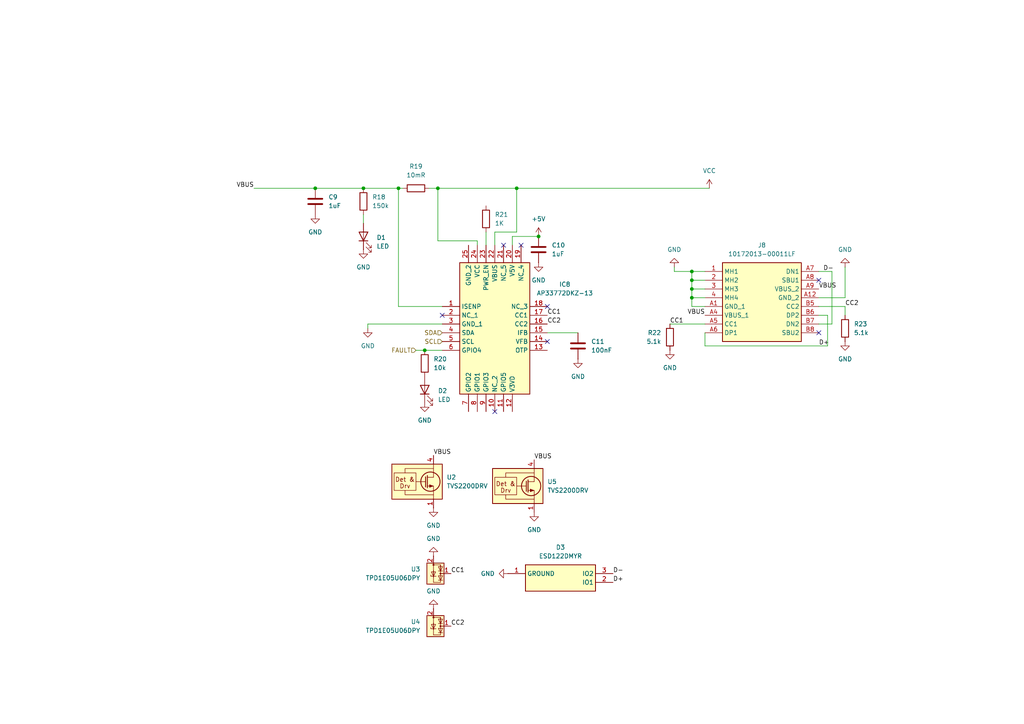
<source format=kicad_sch>
(kicad_sch (version 20250114) (generator "eeschema") (generator_version "9.0")
  (paper "A4")
  (lib_symbols
    (symbol "AP33772DKZ-13:AP33772DKZ-13"
      (property "Reference" "IC" (at 26.67 17.78 0))
      (property "Value" "AP33772DKZ-13" (at 26.67 15.24 0))
      (symbol "AP33772DKZ-13_1_1"
        (rectangle (start 5.08 12.7) (end 25.4 -25.4) (stroke (width 0.254)) (fill (type background)))
        (pin passive line (at 0 0 0) (length 5.08) (name "ISENP") (number "1"))
        (pin passive line (at 0 -2.54 0) (length 5.08) (name "NC_1") (number "2"))
        (pin passive line (at 0 -5.08 0) (length 5.08) (name "GND_1") (number "3"))
        (pin passive line (at 0 -7.62 0) (length 5.08) (name "SDA") (number "4"))
        (pin passive line (at 0 -10.16 0) (length 5.08) (name "SCL") (number "5"))
        (pin passive line (at 0 -12.7 0) (length 5.08) (name "GPIO4") (number "6"))
        (pin passive line (at 7.62 17.78 270) (length 5.08) (name "GND_2") (number "25"))
        (pin passive line (at 7.62 -30.48 90) (length 5.08) (name "GPIO2") (number "7"))
        (pin passive line (at 10.16 17.78 270) (length 5.08) (name "VCC") (number "24"))
        (pin passive line (at 10.16 -30.48 90) (length 5.08) (name "GPIO1") (number "8"))
        (pin passive line (at 12.7 17.78 270) (length 5.08) (name "PWR_EN") (number "23"))
        (pin passive line (at 12.7 -30.48 90) (length 5.08) (name "GPIO3") (number "9"))
        (pin passive line (at 15.24 17.78 270) (length 5.08) (name "VBUS") (number "22"))
        (pin passive line (at 15.24 -30.48 90) (length 5.08) (name "NC_2") (number "10"))
        (pin passive line (at 17.78 17.78 270) (length 5.08) (name "NC_5") (number "21"))
        (pin passive line (at 17.78 -30.48 90) (length 5.08) (name "GPIO5") (number "11"))
        (pin passive line (at 20.32 17.78 270) (length 5.08) (name "V5V") (number "20"))
        (pin passive line (at 20.32 -30.48 90) (length 5.08) (name "V3VD") (number "12"))
        (pin passive line (at 22.86 17.78 270) (length 5.08) (name "NC_4") (number "19"))
        (pin passive line (at 30.48 0 180) (length 5.08) (name "NC_3") (number "18"))
        (pin passive line (at 30.48 -2.54 180) (length 5.08) (name "CC1") (number "17"))
        (pin passive line (at 30.48 -5.08 180) (length 5.08) (name "CC2") (number "16"))
        (pin passive line (at 30.48 -7.62 180) (length 5.08) (name "IFB") (number "15"))
        (pin passive line (at 30.48 -10.16 180) (length 5.08) (name "VFB") (number "14"))
        (pin passive line (at 30.48 -12.7 180) (length 5.08) (name "OTP") (number "13"))
      )
    )
    (symbol "Device:C" (pin_numbers (hide yes)) (pin_names (offset 0.254))
      (property "Reference" "C" (at 0.635 2.54 0))
      (property "Value" "C" (at 0.635 -2.54 0))
      (symbol "C_0_1"
        (polyline (pts (xy -2.032 0.762) (xy 2.032 0.762)) (stroke (width 0.508)))
        (polyline (pts (xy -2.032 -0.762) (xy 2.032 -0.762)) (stroke (width 0.508)))
      )
      (symbol "C_1_1"
        (pin passive line (at 0 3.81 270) (length 2.794) (name "~") (number "1"))
        (pin passive line (at 0 -3.81 90) (length 2.794) (name "~") (number "2"))
      )
    )
    (symbol "Device:LED" (pin_numbers (hide yes)) (pin_names (offset 1.016) (hide yes))
      (property "Reference" "D" (at 0 2.54 0))
      (property "Value" "LED" (at 0 -2.54 0))
      (symbol "LED_0_1"
        (polyline (pts (xy -3.048 -0.762) (xy -4.572 -2.286) (xy -3.81 -2.286) (xy -4.572 -2.286) (xy -4.572 -1.524)))
        (polyline (pts (xy -1.778 -0.762) (xy -3.302 -2.286) (xy -2.54 -2.286) (xy -3.302 -2.286) (xy -3.302 -1.524)))
        (polyline (pts (xy -1.27 0) (xy 1.27 0)))
        (polyline (pts (xy -1.27 -1.27) (xy -1.27 1.27)) (stroke (width 0.254)))
        (polyline (pts (xy 1.27 -1.27) (xy 1.27 1.27) (xy -1.27 0) (xy 1.27 -1.27)) (stroke (width 0.254)))
      )
      (symbol "LED_1_1"
        (pin passive line (at -3.81 0 0) (length 2.54) (name "K") (number "1"))
        (pin passive line (at 3.81 0 180) (length 2.54) (name "A") (number "2"))
      )
    )
    (symbol "Device:R" (pin_numbers (hide yes)) (pin_names (offset 0))
      (property "Reference" "R" (at 2.032 0 90))
      (property "Value" "R" (at 0 0 90))
      (symbol "R_0_1"
        (rectangle (start -1.016 -2.54) (end 1.016 2.54) (stroke (width 0.254)))
      )
      (symbol "R_1_1"
        (pin passive line (at 0 3.81 270) (length 1.27) (name "~") (number "1"))
        (pin passive line (at 0 -3.81 90) (length 1.27) (name "~") (number "2"))
      )
    )
    (symbol "ESD122DMYR:ESD122DMYR"
      (property "Reference" "D" (at 26.67 7.62 0))
      (property "Value" "ESD122DMYR" (at 26.67 5.08 0))
      (symbol "ESD122DMYR_1_1"
        (rectangle (start 5.08 2.54) (end 25.4 -5.08) (stroke (width 0.254)) (fill (type background)))
        (pin power_in line (at 0 0 0) (length 5.08) (name "GROUND") (number "1"))
        (pin input line (at 30.48 0 180) (length 5.08) (name "IO2") (number "3"))
        (pin input line (at 30.48 -2.54 180) (length 5.08) (name "IO1") (number "2"))
      )
    )
    (symbol "Power_Protection:TPD1E05U06DPY" (pin_names (offset 0) (hide yes))
      (property "Reference" "U" (at -2.54 3.175 0))
      (property "Value" "TPD1E05U06DPY" (at 1.27 3.175 0))
      (symbol "TPD1E05U06DPY_0_1"
        (rectangle (start -3.048 1.905) (end 3.048 -3.048) (stroke (width 0.254)) (fill (type background)))
        (polyline (pts (xy -2.54 -2.032) (xy -2.54 0)))
        (polyline (pts (xy -1.905 -2.032) (xy -0.635 -1.397) (xy -0.635 -2.667) (xy -1.905 -2.032)))
        (polyline (pts (xy -1.905 -2.667) (xy -1.905 -1.397)))
        (polyline (pts (xy -1.016 0) (xy -2.54 0)))
        (polyline (pts (xy -0.762 0.762) (xy -0.762 0.762)))
        (polyline (pts (xy -0.762 0) (xy 0.508 0.635) (xy 0.508 -0.635) (xy -0.762 0)))
        (polyline (pts (xy -0.762 -0.762) (xy -0.762 0.762)))
        (polyline (pts (xy -0.635 -2.032) (xy -2.54 -2.032)))
        (polyline (pts (xy -0.635 -2.032) (xy 0.635 -2.032)))
        (polyline (pts (xy -0.381 0.762) (xy -0.762 0.762)))
        (circle (center 0 -2.032) (radius 0.2032) (fill (type outline)))
        (polyline (pts (xy 0 -2.54) (xy 0 -2.032)))
        (polyline (pts (xy 0.762 -2.032) (xy 2.032 -1.397) (xy 2.032 -2.667) (xy 0.762 -2.032)))
        (polyline (pts (xy 0.762 -2.667) (xy 0.762 -1.397)))
        (polyline (pts (xy 0.889 0) (xy -1.016 0)))
        (polyline (pts (xy 0.889 0) (xy -1.016 0)))
        (polyline (pts (xy 0.889 0) (xy 2.54 0)))
        (circle (center 2.54 0) (radius 0.2032) (fill (type outline)))
        (polyline (pts (xy 2.54 -2.032) (xy 0.635 -2.032)))
        (polyline (pts (xy 2.54 -2.032) (xy 0.635 -2.032)))
        (polyline (pts (xy 2.54 -2.032) (xy 2.54 0)))
      )
      (symbol "TPD1E05U06DPY_1_1"
        (pin passive line (at 0 -5.08 90) (length 2.54) (name "I/O") (number "1"))
        (pin power_in line (at 5.08 0 180) (length 2.54) (name "GND") (number "2"))
      )
    )
    (symbol "Power_Protection:TVS2200DRV" (pin_names (offset 0) (hide yes))
      (property "Reference" "U" (at 2.54 1.27 0))
      (property "Value" "TVS2200DRV" (at 2.54 -1.27 0))
      (symbol "TVS2200DRV_0_0"
        (rectangle (start -11.43 2.54) (end -5.08 -2.54))
        (polyline (pts (xy -8.255 2.54) (xy -8.255 3.81) (xy 0 3.81)))
        (polyline (pts (xy -8.255 -2.54) (xy -8.255 -3.81) (xy 0 -3.81)))
        (polyline (pts (xy 0 1.27) (xy -1.778 1.27)))
        (text "Det &" (at -8.255 0.635 0) (effects (font (size 1.27 1.27))))
        (text "Drv" (at -8.255 -1.27 0) (effects (font (size 1.27 1.27))))
      )
      (symbol "TVS2200DRV_0_1"
        (rectangle (start -12.065 5.08) (end 2.54 -5.08) (stroke (width 0.254)) (fill (type background)))
        (polyline (pts (xy -2.286 1.397) (xy -2.286 -1.524)) (stroke (width 0.254)))
        (polyline (pts (xy -2.286 0) (xy -5.08 0)))
        (polyline (pts (xy -1.778 1.778) (xy -1.778 -1.778)) (stroke (width 0.254)))
        (circle (center -0.889 0) (radius 2.794) (stroke (width 0.254)))
        (polyline (pts (xy -0.127 -1.27) (xy -1.143 -1.651) (xy -1.143 -0.889) (xy -0.127 -1.27)) (fill (type outline)))
        (polyline (pts (xy 0 5.08) (xy 0 2.54)))
        (polyline (pts (xy 0 2.54) (xy 0 1.27)))
        (polyline (pts (xy 0 -2.54) (xy 0 -5.08)))
        (polyline (pts (xy 0 -2.54) (xy 0 -1.27) (xy -1.778 -1.27)))
      )
      (symbol "TVS2200DRV_1_1"
        (pin passive line (at 0 7.62 270) (length 2.54) (name "IN") (number "4"))
        (pin passive line (at 0 7.62 270) (length 2.54) (hide yes) (name "IN") (number "5"))
        (pin passive line (at 0 7.62 270) (length 2.54) (hide yes) (name "IN") (number "6"))
        (pin power_in line (at 0 -7.62 90) (length 2.54) (name "GND") (number "1"))
        (pin passive line (at 0 -7.62 90) (length 2.54) (hide yes) (name "GND") (number "2"))
        (pin passive line (at 0 -7.62 90) (length 2.54) (hide yes) (name "GND") (number "3"))
        (pin passive line (at 0 -7.62 90) (length 2.54) (hide yes) (name "GND") (number "7"))
      )
    )
    (symbol "USB_C_16P:10172013-00011LF"
      (property "Reference" "J" (at 29.21 7.62 0))
      (property "Value" "10172013-00011LF" (at 29.21 5.08 0))
      (symbol "10172013-00011LF_1_1"
        (rectangle (start 5.08 2.54) (end 27.94 -20.32) (stroke (width 0.254)) (fill (type background)))
        (pin passive line (at 0 0 0) (length 5.08) (name "MH1") (number "1"))
        (pin passive line (at 0 -2.54 0) (length 5.08) (name "MH2") (number "2"))
        (pin passive line (at 0 -5.08 0) (length 5.08) (name "MH3") (number "3"))
        (pin passive line (at 0 -7.62 0) (length 5.08) (name "MH4") (number "4"))
        (pin passive line (at 0 -10.16 0) (length 5.08) (name "GND_1") (number "A1"))
        (pin passive line (at 0 -12.7 0) (length 5.08) (name "VBUS_1") (number "A4"))
        (pin passive line (at 0 -15.24 0) (length 5.08) (name "CC1") (number "A5"))
        (pin passive line (at 0 -17.78 0) (length 5.08) (name "DP1") (number "A6"))
        (pin passive line (at 33.02 0 180) (length 5.08) (name "DN1") (number "A7"))
        (pin passive line (at 33.02 -2.54 180) (length 5.08) (name "SBU1") (number "A8"))
        (pin passive line (at 33.02 -5.08 180) (length 5.08) (name "VBUS_2") (number "A9"))
        (pin passive line (at 33.02 -7.62 180) (length 5.08) (name "GND_2") (number "A12"))
        (pin passive line (at 33.02 -10.16 180) (length 5.08) (name "CC2") (number "B5"))
        (pin passive line (at 33.02 -12.7 180) (length 5.08) (name "DP2") (number "B6"))
        (pin passive line (at 33.02 -15.24 180) (length 5.08) (name "DN2") (number "B7"))
        (pin passive line (at 33.02 -17.78 180) (length 5.08) (name "SBU2") (number "B8"))
      )
    )
    (symbol "power:+5V" (power) (pin_numbers (hide yes)) (pin_names (offset 0) (hide yes))
      (property "Value" "+5V" (at 0 3.556 0))
      (symbol "+5V_0_1"
        (polyline (pts (xy -0.762 1.27) (xy 0 2.54)))
        (polyline (pts (xy 0 2.54) (xy 0.762 1.27)))
        (polyline (pts (xy 0 0) (xy 0 2.54)))
      )
      (symbol "+5V_1_1"
        (pin power_in line (at 0 0 90) (length 0) (name "~") (number "1"))
      )
    )
    (symbol "power:GND" (power) (pin_numbers (hide yes)) (pin_names (offset 0) (hide yes))
      (property "Value" "GND" (at 0 -3.81 0))
      (symbol "GND_0_1"
        (polyline (pts (xy 0 0) (xy 0 -1.27) (xy 1.27 -1.27) (xy 0 -2.54) (xy -1.27 -1.27) (xy 0 -1.27)))
      )
      (symbol "GND_1_1"
        (pin power_in line (at 0 0 270) (length 0) (name "~") (number "1"))
      )
    )
    (symbol "power:VCC" (power) (pin_numbers (hide yes)) (pin_names (offset 0) (hide yes))
      (property "Value" "VCC" (at 0 3.556 0))
      (symbol "VCC_0_1"
        (polyline (pts (xy -0.762 1.27) (xy 0 2.54)))
        (polyline (pts (xy 0 2.54) (xy 0.762 1.27)))
        (polyline (pts (xy 0 0) (xy 0 2.54)))
      )
      (symbol "VCC_1_1"
        (pin power_in line (at 0 0 90) (length 0) (name "~") (number "1"))
      )
    )
  )
  (junction (at 200.66 81.28))
  (junction (at 149.86 54.61))
  (junction (at 91.44 54.61))
  (junction (at 200.66 83.82))
  (junction (at 156.21 68.58))
  (junction (at 115.57 54.61))
  (junction (at 200.66 78.74))
  (junction (at 123.19 101.6))
  (junction (at 200.66 86.36))
  (junction (at 105.41 54.61))
  (junction (at 127 54.61))
  (no_connect (at 158.75 88.9))
  (no_connect (at 128.27 91.44))
  (no_connect (at 151.13 71.12))
  (no_connect (at 237.49 96.52))
  (no_connect (at 158.75 99.06))
  (no_connect (at 143.51 119.38))
  (no_connect (at 237.49 81.28))
  (no_connect (at 146.05 71.12))
  (wire (pts (xy 158.75 96.52) (xy 167.64 96.52)))
  (wire (pts (xy 91.44 54.61) (xy 105.41 54.61)))
  (wire (pts (xy 200.66 86.36) (xy 200.66 83.82)))
  (wire (pts (xy 200.66 83.82) (xy 200.66 81.28)))
  (wire (pts (xy 105.41 62.23) (xy 105.41 64.77)))
  (wire (pts (xy 200.66 88.9) (xy 200.66 86.36)))
  (wire (pts (xy 143.51 71.12) (xy 143.51 67.31)))
  (wire (pts (xy 237.49 88.9) (xy 245.11 88.9)))
  (wire (pts (xy 200.66 86.36) (xy 204.47 86.36)))
  (wire (pts (xy 123.19 101.6) (xy 128.27 101.6)))
  (wire (pts (xy 204.47 88.9) (xy 200.66 88.9)))
  (wire (pts (xy 138.43 71.12) (xy 138.43 69.85)))
  (wire (pts (xy 127 69.85) (xy 127 54.61)))
  (wire (pts (xy 240.03 100.33) (xy 240.03 91.44)))
  (wire (pts (xy 200.66 81.28) (xy 204.47 81.28)))
  (wire (pts (xy 195.58 78.74) (xy 200.66 78.74)))
  (wire (pts (xy 115.57 88.9) (xy 115.57 54.61)))
  (wire (pts (xy 204.47 96.52) (xy 204.47 100.33)))
  (wire (pts (xy 194.31 93.98) (xy 204.47 93.98)))
  (wire (pts (xy 200.66 81.28) (xy 200.66 78.74)))
  (wire (pts (xy 105.41 54.61) (xy 115.57 54.61)))
  (wire (pts (xy 128.27 93.98) (xy 106.68 93.98)))
  (wire (pts (xy 106.68 93.98) (xy 106.68 95.25)))
  (wire (pts (xy 200.66 83.82) (xy 204.47 83.82)))
  (wire (pts (xy 149.86 54.61) (xy 149.86 67.31)))
  (wire (pts (xy 245.11 88.9) (xy 245.11 91.44)))
  (wire (pts (xy 73.66 54.61) (xy 91.44 54.61)))
  (wire (pts (xy 138.43 69.85) (xy 127 69.85)))
  (wire (pts (xy 149.86 54.61) (xy 205.74 54.61)))
  (wire (pts (xy 245.11 86.36) (xy 245.11 77.47)))
  (wire (pts (xy 128.27 88.9) (xy 115.57 88.9)))
  (wire (pts (xy 237.49 78.74) (xy 241.3 78.74)))
  (wire (pts (xy 240.03 91.44) (xy 237.49 91.44)))
  (wire (pts (xy 143.51 67.31) (xy 149.86 67.31)))
  (wire (pts (xy 140.97 67.31) (xy 140.97 71.12)))
  (wire (pts (xy 237.49 93.98) (xy 241.3 93.98)))
  (wire (pts (xy 200.66 78.74) (xy 204.47 78.74)))
  (wire (pts (xy 120.65 101.6) (xy 123.19 101.6)))
  (wire (pts (xy 195.58 77.47) (xy 195.58 78.74)))
  (wire (pts (xy 204.47 100.33) (xy 240.03 100.33)))
  (wire (pts (xy 124.46 54.61) (xy 127 54.61)))
  (wire (pts (xy 148.59 68.58) (xy 156.21 68.58)))
  (wire (pts (xy 148.59 71.12) (xy 148.59 68.58)))
  (wire (pts (xy 237.49 86.36) (xy 245.11 86.36)))
  (wire (pts (xy 115.57 54.61) (xy 116.84 54.61)))
  (wire (pts (xy 241.3 93.98) (xy 241.3 78.74)))
  (wire (pts (xy 127 54.61) (xy 149.86 54.61)))
  (label "D-" (at 177.8 166.37 0))
  (label "CC2" (at 158.75 93.98 0))
  (label "D+" (at 177.8 168.91 0))
  (label "VBUS" (at 73.66 54.61 180))
  (label "CC2" (at 130.81 181.61 0))
  (label "D+" (at 237.49 100.33 0))
  (label "CC1" (at 194.31 93.98 0))
  (label "CC2" (at 245.11 88.9 0))
  (label "VBUS" (at 237.49 83.82 0))
  (label "VBUS" (at 204.47 91.44 180))
  (label "VBUS" (at 154.94 133.35 0))
  (label "VBUS" (at 125.73 132.08 0))
  (label "CC1" (at 130.81 166.37 0))
  (label "D-" (at 238.76 78.74 0))
  (label "CC1" (at 158.75 91.44 0))
  (hierarchical_label "FAULT" (shape input) (at 120.65 101.6 180))
  (hierarchical_label "SCL" (shape input) (at 128.27 99.06 180))
  (hierarchical_label "SDA" (shape input) (at 128.27 96.52 180))
  (symbol (lib_id "power:GND") (at 154.94 148.59 0) (unit 1)
    (property "Reference" "#PWR052" (effects (hide yes)))
    (property "Value" "GND" (at 154.94 153.67 0))
    (property "Description" "Power symbol creates a global label with name \"GND\" , ground" (effects (hide yes)))
  )
  (symbol (lib_id "power:GND") (at 125.73 161.29 180) (unit 1)
    (property "Reference" "#PWR049" (effects (hide yes)))
    (property "Value" "GND" (at 125.73 156.21 0))
    (property "Description" "Power symbol creates a global label with name \"GND\" , ground" (effects (hide yes)))
  )
  (symbol (lib_id "Power_Protection:TPD1E05U06DPY") (at 125.73 181.61 90) (unit 1)
    (property "Reference" "U4" (at 121.92 180.3399 90) (effects (justify left)))
    (property "Value" "TPD1E05U06DPY" (at 121.92 182.8799 90) (effects (justify left)))
    (property "Footprint" "Package_SON:Texas_DPY0002A_0.6x1mm_P0.65mm" (effects (hide yes)))
    (property "Datasheet" "https://www.ti.com/lit/ds/symlink/tpd1e05u06.pdf" (effects (hide yes)))
    (property "Description" "1-Channel ESD Protection for Super-Speed USB 3.0 Interface, X1SON-2" (effects (hide yes)))
  )
  (symbol (lib_id "USB_C_16P:10172013-00011LF") (at 204.47 78.74 0) (unit 1)
    (property "Reference" "J8" (at 220.98 71.12 0))
    (property "Value" "10172013-00011LF" (at 220.98 73.66 0))
    (property "Footprint" "1017201300011LF" (effects (hide yes)))
    (property "Datasheet" "https://www.amphenol-cs.com/product/1017201300011lf.html" (effects (hide yes)))
    (property "Description" "USB-C (USB TYPE-C) USB 2.0 Receptacle Connector 24 (6+18 Dummy) Position Surface Mount, Right Angle" (effects (hide yes)))
    (property "Height" "3.41" (effects (hide yes)))
    (property "Manufacturer_Name" "Amphenol Communications Solutions" (effects (hide yes)))
    (property "Manufacturer_Part_Number" "10172013-00011LF" (effects (hide yes)))
  )
  (symbol (lib_id "power:GND") (at 195.58 77.47 180) (unit 1)
    (property "Reference" "#PWR057" (effects (hide yes)))
    (property "Value" "GND" (at 195.58 72.39 0))
    (property "Description" "Power symbol creates a global label with name \"GND\" , ground" (effects (hide yes)))
  )
  (symbol (lib_id "Device:LED") (at 105.41 68.58 90) (unit 1)
    (property "Reference" "D1" (at 109.22 68.8974 90) (effects (justify right)))
    (property "Value" "LED" (at 109.22 71.4374 90) (effects (justify right)))
    (property "Description" "Light emitting diode" (effects (hide yes)))
    (property "Sim.Pins" "1=K 2=A" (effects (hide yes)))
  )
  (symbol (lib_id "Device:R") (at 123.19 105.41 0) (unit 1)
    (property "Reference" "R20" (at 125.73 104.1399 0) (effects (justify left)))
    (property "Value" "10k" (at 125.73 106.6799 0) (effects (justify left)))
    (property "Footprint" "Resistor_SMD:R_0402_1005Metric" (effects (hide yes)))
    (property "Description" "Resistor" (effects (hide yes)))
  )
  (symbol (lib_id "power:GND") (at 91.44 62.23 0) (unit 1)
    (property "Reference" "#PWR044" (effects (hide yes)))
    (property "Value" "GND" (at 91.44 67.31 0))
    (property "Description" "Power symbol creates a global label with name \"GND\" , ground" (effects (hide yes)))
  )
  (symbol (lib_id "power:GND") (at 156.21 76.2 0) (unit 1)
    (property "Reference" "#PWR054" (effects (hide yes)))
    (property "Value" "GND" (at 156.21 81.28 0))
    (property "Description" "Power symbol creates a global label with name \"GND\" , ground" (effects (hide yes)))
  )
  (symbol (lib_id "Device:C") (at 156.21 72.39 0) (unit 1)
    (property "Reference" "C10" (at 160.02 71.1199 0) (effects (justify left)))
    (property "Value" "1uF" (at 160.02 73.6599 0) (effects (justify left)))
    (property "Description" "Unpolarized capacitor" (effects (hide yes)))
  )
  (symbol (lib_id "Device:R") (at 245.11 95.25 0) (unit 1)
    (property "Reference" "R23" (at 247.65 93.9799 0) (effects (justify left)))
    (property "Value" "5.1k" (at 247.65 96.5199 0) (effects (justify left)))
    (property "Description" "Resistor" (effects (hide yes)))
  )
  (symbol (lib_id "power:GND") (at 106.68 95.25 0) (unit 1)
    (property "Reference" "#PWR046" (effects (hide yes)))
    (property "Value" "GND" (at 106.68 100.33 0))
    (property "Description" "Power symbol creates a global label with name \"GND\" , ground" (effects (hide yes)))
  )
  (symbol (lib_id "Device:LED") (at 123.19 113.03 90) (unit 1)
    (property "Reference" "D2" (at 127 113.3474 90) (effects (justify right)))
    (property "Value" "LED" (at 127 115.8874 90) (effects (justify right)))
    (property "Description" "Light emitting diode" (effects (hide yes)))
    (property "Sim.Pins" "1=K 2=A" (effects (hide yes)))
  )
  (symbol (lib_id "power:VCC") (at 205.74 54.61 0) (unit 1)
    (property "Reference" "#PWR058" (effects (hide yes)))
    (property "Value" "VCC" (at 205.74 49.53 0))
    (property "Description" "Power symbol creates a global label with name \"VCC\"" (effects (hide yes)))
  )
  (symbol (lib_id "power:GND") (at 245.11 77.47 180) (unit 1)
    (property "Reference" "#PWR059" (effects (hide yes)))
    (property "Value" "GND" (at 245.11 72.39 0))
    (property "Description" "Power symbol creates a global label with name \"GND\" , ground" (effects (hide yes)))
  )
  (symbol (lib_id "power:GND") (at 125.73 147.32 0) (unit 1)
    (property "Reference" "#PWR048" (effects (hide yes)))
    (property "Value" "GND" (at 125.73 152.4 0))
    (property "Description" "Power symbol creates a global label with name \"GND\" , ground" (effects (hide yes)))
  )
  (symbol (lib_id "AP33772DKZ-13:AP33772DKZ-13") (at 128.27 88.9 0) (unit 1)
    (property "Reference" "IC8" (at 163.83 82.4798 0))
    (property "Value" "AP33772DKZ-13" (at 163.83 85.0198 0))
    (property "Footprint" "QFN50P400X400X80-25N-D" (effects (hide yes)))
    (property "Datasheet" "https://www.diodes.com/assets/Datasheets/AP33772.pdf" (effects (hide yes)))
    (property "Description" "USB Interface IC ACDC Decoder W-QFN4040-24 T&R 3K" (effects (hide yes)))
    (property "Height" "0.8" (effects (hide yes)))
    (property "Mouser Part Number" "621-AP33772DKZ-13" (effects (hide yes)))
    (property "Mouser Price/Stock" "https://www.mouser.co.uk/ProductDetail/Diodes-Incorporated/AP33772DKZ-13?qs=tlsG%2FOw5FFjH%2F5AKBWvlmA%3D%3D" (effects (hide yes)))
    (property "Manufacturer_Name" "Diodes Incorporated" (effects (hide yes)))
    (property "Manufacturer_Part_Number" "AP33772DKZ-13" (effects (hide yes)))
  )
  (symbol (lib_id "power:GND") (at 245.11 99.06 0) (unit 1)
    (property "Reference" "#PWR060" (effects (hide yes)))
    (property "Value" "GND" (at 245.11 104.14 0))
    (property "Description" "Power symbol creates a global label with name \"GND\" , ground" (effects (hide yes)))
  )
  (symbol (lib_id "Power_Protection:TPD1E05U06DPY") (at 125.73 166.37 90) (unit 1)
    (property "Reference" "U3" (at 121.92 165.0999 90) (effects (justify left)))
    (property "Value" "TPD1E05U06DPY" (at 121.92 167.6399 90) (effects (justify left)))
    (property "Footprint" "Package_SON:Texas_DPY0002A_0.6x1mm_P0.65mm" (effects (hide yes)))
    (property "Datasheet" "https://www.ti.com/lit/ds/symlink/tpd1e05u06.pdf" (effects (hide yes)))
    (property "Description" "1-Channel ESD Protection for Super-Speed USB 3.0 Interface, X1SON-2" (effects (hide yes)))
  )
  (symbol (lib_id "power:GND") (at 125.73 176.53 180) (unit 1)
    (property "Reference" "#PWR050" (effects (hide yes)))
    (property "Value" "GND" (at 125.73 171.45 0))
    (property "Description" "Power symbol creates a global label with name \"GND\" , ground" (effects (hide yes)))
  )
  (symbol (lib_id "Device:R") (at 140.97 63.5 0) (unit 1)
    (property "Reference" "R21" (at 143.51 62.2299 0) (effects (justify left)))
    (property "Value" "1K" (at 143.51 64.7699 0) (effects (justify left)))
    (property "Description" "Resistor" (effects (hide yes)))
  )
  (symbol (lib_id "Device:R") (at 105.41 58.42 0) (unit 1)
    (property "Reference" "R18" (at 107.95 57.1499 0) (effects (justify left)))
    (property "Value" "150k" (at 107.95 59.6899 0) (effects (justify left)))
    (property "Description" "Resistor" (effects (hide yes)))
  )
  (symbol (lib_id "power:GND") (at 123.19 116.84 0) (unit 1)
    (property "Reference" "#PWR047" (effects (hide yes)))
    (property "Value" "GND" (at 123.19 121.92 0))
    (property "Description" "Power symbol creates a global label with name \"GND\" , ground" (effects (hide yes)))
  )
  (symbol (lib_id "power:GND") (at 147.32 166.37 270) (unit 1)
    (property "Reference" "#PWR051" (effects (hide yes)))
    (property "Value" "GND" (at 143.51 166.3699 90) (effects (justify right)))
    (property "Description" "Power symbol creates a global label with name \"GND\" , ground" (effects (hide yes)))
  )
  (symbol (lib_id "Device:C") (at 167.64 100.33 0) (unit 1)
    (property "Reference" "C11" (at 171.45 99.0599 0) (effects (justify left)))
    (property "Value" "100nF" (at 171.45 101.5999 0) (effects (justify left)))
    (property "Footprint" "Capacitor_SMD:C_0402_1005Metric" (effects (hide yes)))
    (property "Description" "Unpolarized capacitor" (effects (hide yes)))
  )
  (symbol (lib_id "power:GND") (at 105.41 72.39 0) (unit 1)
    (property "Reference" "#PWR045" (effects (hide yes)))
    (property "Value" "GND" (at 105.41 77.47 0))
    (property "Description" "Power symbol creates a global label with name \"GND\" , ground" (effects (hide yes)))
  )
  (symbol (lib_id "Device:R") (at 120.65 54.61 90) (unit 1)
    (property "Reference" "R19" (at 120.65 48.26 90))
    (property "Value" "10mR" (at 120.65 50.8 90))
    (property "Description" "Resistor" (effects (hide yes)))
  )
  (symbol (lib_id "Device:C") (at 91.44 58.42 0) (unit 1)
    (property "Reference" "C9" (at 95.25 57.1499 0) (effects (justify left)))
    (property "Value" "1uF" (at 95.25 59.6899 0) (effects (justify left)))
    (property "Description" "Unpolarized capacitor" (effects (hide yes)))
  )
  (symbol (lib_id "Device:R") (at 194.31 97.79 0) (mirror y) (unit 1)
    (property "Reference" "R22" (at 191.77 96.5199 0) (effects (justify left)))
    (property "Value" "5.1k" (at 191.77 99.0599 0) (effects (justify left)))
    (property "Description" "Resistor" (effects (hide yes)))
  )
  (symbol (lib_id "Power_Protection:TVS2200DRV") (at 154.94 140.97 0) (unit 1)
    (property "Reference" "U5" (at 158.75 139.6999 0) (effects (justify left)))
    (property "Value" "TVS2200DRV" (at 158.75 142.2399 0) (effects (justify left)))
    (property "Footprint" "Package_SON:WSON-6-1EP_2x2mm_P0.65mm_EP1x1.6mm" (effects (hide yes)))
    (property "Datasheet" "http://www.ti.com/lit/ds/symlink/tvs2200.pdf" (effects (hide yes)))
    (property "Description" "Flat-Clamp Surge Protection Device. 22Vrwm, WSON-6" (effects (hide yes)))
  )
  (symbol (lib_id "Power_Protection:TVS2200DRV") (at 125.73 139.7 0) (unit 1)
    (property "Reference" "U2" (at 129.54 138.4299 0) (effects (justify left)))
    (property "Value" "TVS2200DRV" (at 129.54 140.9699 0) (effects (justify left)))
    (property "Footprint" "Package_SON:WSON-6-1EP_2x2mm_P0.65mm_EP1x1.6mm" (effects (hide yes)))
    (property "Datasheet" "http://www.ti.com/lit/ds/symlink/tvs2200.pdf" (effects (hide yes)))
    (property "Description" "Flat-Clamp Surge Protection Device. 22Vrwm, WSON-6" (effects (hide yes)))
  )
  (symbol (lib_id "ESD122DMYR:ESD122DMYR") (at 147.32 166.37 0) (unit 1)
    (property "Reference" "D3" (at 162.56 158.75 0))
    (property "Value" "ESD122DMYR" (at 162.56 161.29 0))
    (property "Footprint" "ESD122DMYR" (effects (hide yes)))
    (property "Datasheet" "http://www.ti.com/lit/ds/symlink/esd122.pdf" (effects (hide yes)))
    (property "Description" "2-Channel ESD Protection Diode for USB Type-C and HDMI 2.0" (effects (hide yes)))
    (property "Height" "0.4" (effects (hide yes)))
    (property "Mouser Part Number" "595-ESD122DMYR" (effects (hide yes)))
    (property "Mouser Price/Stock" "https://www.mouser.co.uk/ProductDetail/Texas-Instruments/ESD122DMYR?qs=gt1LBUVyoHmaYVD%2FzEv1ew%3D%3D" (effects (hide yes)))
    (property "Manufacturer_Name" "Texas Instruments" (effects (hide yes)))
    (property "Manufacturer_Part_Number" "ESD122DMYR" (effects (hide yes)))
  )
  (symbol (lib_id "power:GND") (at 194.31 101.6 0) (mirror y) (unit 1)
    (property "Reference" "#PWR056" (effects (hide yes)))
    (property "Value" "GND" (at 194.31 106.68 0))
    (property "Description" "Power symbol creates a global label with name \"GND\" , ground" (effects (hide yes)))
  )
  (symbol (lib_id "power:GND") (at 167.64 104.14 0) (unit 1)
    (property "Reference" "#PWR055" (effects (hide yes)))
    (property "Value" "GND" (at 167.64 109.22 0))
    (property "Description" "Power symbol creates a global label with name \"GND\" , ground" (effects (hide yes)))
  )
  (symbol (lib_id "power:+5V") (at 156.21 68.58 0) (unit 1)
    (property "Reference" "#PWR053" (effects (hide yes)))
    (property "Value" "+5V" (at 156.21 63.5 0))
    (property "Description" "Power symbol creates a global label with name \"+5V\"" (effects (hide yes)))
  )
)
</source>
